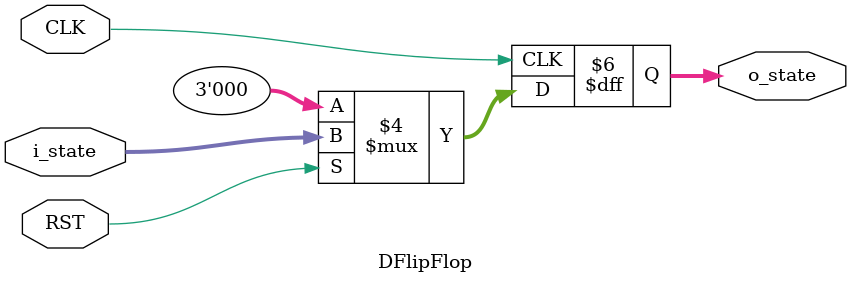
<source format=v>
`timescale 1ns / 1ps


module DFlipFlop(
    input RST,
    input CLK,
    input [2:0] i_state,
    output reg [2:0] o_state
    );

	always @(posedge CLK) begin
		if(!RST)
			o_state = 3'b000;
		else 
			o_state = i_state;
	end
endmodule

</source>
